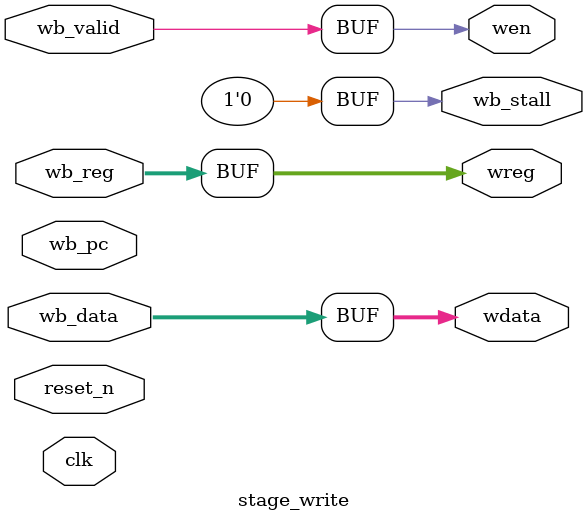
<source format=v>
`timescale 1ns/1ps
`default_nettype none

module stage_write(
  input         clk,
  input         reset_n,

  // inputs from mem stage
  input         wb_valid,

  input [31:0]  wb_pc,

  input [4:0]   wb_reg,
  input [31:0]  wb_data,

  // outputs to decode stage
  output [4:0]  wreg,
  output [31:0] wdata,
  output        wen,

  // outputs to mem stage
  output        wb_stall
  );

    assign wreg = wb_reg;
    assign wdata = wb_data;
    assign wen = wb_valid;

    assign wb_stall = 0;

    `ifndef SYNTHESIS
    reg [31:0] retire_pc;
    always @(posedge clk)
      if(wb_valid)
        begin
            retire_pc <= wb_pc;
            $strobe("%d: stage_write: retire insn at pc %08x", $stime, retire_pc);
        end
    `endif

    `ifndef SYNTHESIS
    always @(posedge clk)
      if(wb_stall)
        $display("%d: stage_wb: stalling", $stime);
    `endif

endmodule

</source>
